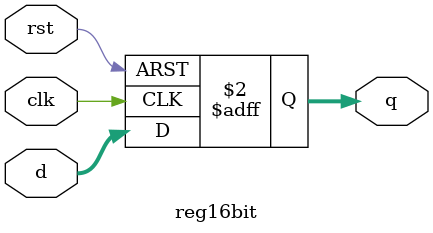
<source format=v>
module reg16bit (
    input clk,
    input rst,
    input [15:0] d,
    output reg [15:0] q
);
    always @(posedge clk, posedge rst) 
    begin
        if (rst)
            q <= 16'b0;
        else
            q <= d;
    end
endmodule

</source>
